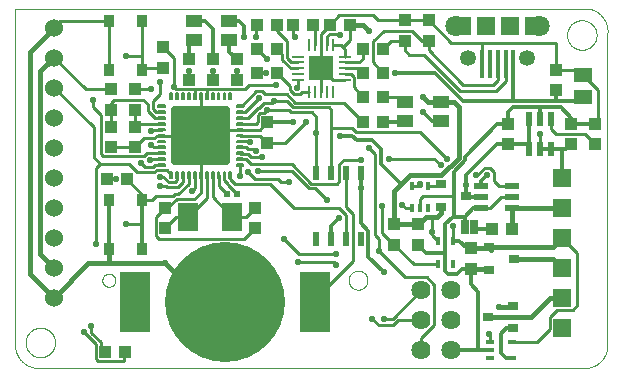
<source format=gtl>
G75*
%MOIN*%
%OFA0B0*%
%FSLAX25Y25*%
%IPPOS*%
%LPD*%
%AMOC8*
5,1,8,0,0,1.08239X$1,22.5*
%
%ADD10C,0.00000*%
%ADD11C,0.40000*%
%ADD12R,0.10000X0.20000*%
%ADD13R,0.03937X0.04331*%
%ADD14R,0.05906X0.05118*%
%ADD15R,0.04331X0.03937*%
%ADD16C,0.00591*%
%ADD17C,0.01969*%
%ADD18C,0.06400*%
%ADD19C,0.06000*%
%ADD20R,0.06000X0.06000*%
%ADD21R,0.02500X0.05000*%
%ADD22R,0.01772X0.09252*%
%ADD23C,0.05315*%
%ADD24C,0.07087*%
%ADD25R,0.05906X0.06102*%
%ADD26R,0.03543X0.03150*%
%ADD27R,0.02362X0.04724*%
%ADD28R,0.06693X0.09449*%
%ADD29R,0.05512X0.04331*%
%ADD30R,0.01378X0.03150*%
%ADD31R,0.03150X0.01378*%
%ADD32R,0.03199X0.04134*%
%ADD33R,0.02165X0.04724*%
%ADD34R,0.04724X0.02165*%
%ADD35R,0.00984X0.03937*%
%ADD36R,0.03937X0.00984*%
%ADD37R,0.07874X0.07874*%
%ADD38C,0.02181*%
%ADD39C,0.01000*%
%ADD40C,0.01200*%
%ADD41C,0.01600*%
%ADD42C,0.02378*%
D10*
X0017374Y0010214D02*
X0199006Y0010256D01*
X0199006Y0010257D02*
X0199185Y0010246D01*
X0199364Y0010239D01*
X0199543Y0010237D01*
X0199722Y0010239D01*
X0199901Y0010246D01*
X0200080Y0010256D01*
X0200259Y0010272D01*
X0200437Y0010291D01*
X0200615Y0010315D01*
X0200792Y0010343D01*
X0200968Y0010375D01*
X0201144Y0010412D01*
X0201318Y0010453D01*
X0201492Y0010498D01*
X0201664Y0010547D01*
X0201835Y0010601D01*
X0202005Y0010658D01*
X0202173Y0010720D01*
X0202340Y0010786D01*
X0202505Y0010856D01*
X0202669Y0010929D01*
X0202830Y0011007D01*
X0202990Y0011089D01*
X0203147Y0011174D01*
X0203303Y0011263D01*
X0203456Y0011356D01*
X0203607Y0011453D01*
X0203756Y0011553D01*
X0203902Y0011657D01*
X0204045Y0011765D01*
X0204186Y0011875D01*
X0204324Y0011990D01*
X0204460Y0012107D01*
X0204592Y0012228D01*
X0204722Y0012352D01*
X0204848Y0012479D01*
X0204972Y0012609D01*
X0205092Y0012742D01*
X0205209Y0012878D01*
X0205322Y0013017D01*
X0205432Y0013158D01*
X0205539Y0013302D01*
X0205642Y0013449D01*
X0205742Y0013598D01*
X0205838Y0013749D01*
X0205930Y0013903D01*
X0206018Y0014059D01*
X0206103Y0014217D01*
X0206184Y0014377D01*
X0206261Y0014539D01*
X0206334Y0014703D01*
X0206403Y0014868D01*
X0206468Y0015035D01*
X0206529Y0015204D01*
X0206585Y0015374D01*
X0206638Y0015545D01*
X0206686Y0015718D01*
X0206731Y0015892D01*
X0206771Y0016066D01*
X0206807Y0016242D01*
X0206838Y0016419D01*
X0206865Y0016596D01*
X0206888Y0016773D01*
X0206907Y0016952D01*
X0206921Y0017131D01*
X0206921Y0017130D02*
X0206921Y0121041D01*
X0206956Y0121222D01*
X0206986Y0121405D01*
X0207011Y0121588D01*
X0207033Y0121771D01*
X0207049Y0121955D01*
X0207061Y0122139D01*
X0207069Y0122324D01*
X0207072Y0122508D01*
X0207070Y0122693D01*
X0207064Y0122878D01*
X0207054Y0123062D01*
X0207039Y0123246D01*
X0207019Y0123430D01*
X0206995Y0123613D01*
X0206967Y0123795D01*
X0206934Y0123977D01*
X0206896Y0124158D01*
X0206854Y0124338D01*
X0206808Y0124517D01*
X0206757Y0124694D01*
X0206702Y0124870D01*
X0206643Y0125045D01*
X0206579Y0125219D01*
X0206512Y0125391D01*
X0206440Y0125561D01*
X0206363Y0125729D01*
X0206283Y0125895D01*
X0206199Y0126059D01*
X0206110Y0126222D01*
X0206018Y0126382D01*
X0205922Y0126539D01*
X0205822Y0126695D01*
X0205718Y0126847D01*
X0205610Y0126997D01*
X0205499Y0127145D01*
X0205385Y0127290D01*
X0205266Y0127431D01*
X0205144Y0127570D01*
X0205019Y0127706D01*
X0204891Y0127839D01*
X0204759Y0127968D01*
X0204625Y0128095D01*
X0204487Y0128218D01*
X0204346Y0128337D01*
X0204202Y0128453D01*
X0204056Y0128566D01*
X0203907Y0128675D01*
X0203755Y0128780D01*
X0203600Y0128881D01*
X0203444Y0128979D01*
X0203284Y0129072D01*
X0203123Y0129162D01*
X0202959Y0129248D01*
X0202794Y0129330D01*
X0202626Y0129407D01*
X0202457Y0129481D01*
X0202286Y0129550D01*
X0202113Y0129615D01*
X0201938Y0129676D01*
X0201763Y0129732D01*
X0201585Y0129785D01*
X0201407Y0129833D01*
X0201228Y0129876D01*
X0201047Y0129915D01*
X0009500Y0129915D01*
X0009500Y0018088D01*
X0009502Y0017898D01*
X0009509Y0017708D01*
X0009521Y0017518D01*
X0009537Y0017328D01*
X0009557Y0017139D01*
X0009583Y0016950D01*
X0009612Y0016762D01*
X0009647Y0016575D01*
X0009686Y0016389D01*
X0009729Y0016204D01*
X0009777Y0016019D01*
X0009829Y0015836D01*
X0009885Y0015655D01*
X0009946Y0015475D01*
X0010012Y0015296D01*
X0010081Y0015119D01*
X0010155Y0014943D01*
X0010233Y0014770D01*
X0010316Y0014598D01*
X0010402Y0014429D01*
X0010492Y0014261D01*
X0010587Y0014096D01*
X0010685Y0013933D01*
X0010788Y0013773D01*
X0010894Y0013615D01*
X0011004Y0013460D01*
X0011117Y0013307D01*
X0011235Y0013157D01*
X0011356Y0013011D01*
X0011480Y0012867D01*
X0011608Y0012726D01*
X0011739Y0012588D01*
X0011874Y0012453D01*
X0012012Y0012322D01*
X0012153Y0012194D01*
X0012297Y0012070D01*
X0012443Y0011949D01*
X0012593Y0011831D01*
X0012746Y0011718D01*
X0012901Y0011608D01*
X0013059Y0011502D01*
X0013219Y0011399D01*
X0013382Y0011301D01*
X0013547Y0011206D01*
X0013715Y0011116D01*
X0013884Y0011030D01*
X0014056Y0010947D01*
X0014229Y0010869D01*
X0014405Y0010795D01*
X0014582Y0010726D01*
X0014761Y0010660D01*
X0014941Y0010599D01*
X0015122Y0010543D01*
X0015305Y0010491D01*
X0015490Y0010443D01*
X0015675Y0010400D01*
X0015861Y0010361D01*
X0016048Y0010326D01*
X0016236Y0010297D01*
X0016425Y0010271D01*
X0016614Y0010251D01*
X0016804Y0010235D01*
X0016994Y0010223D01*
X0017184Y0010216D01*
X0017374Y0010214D01*
X0013079Y0018714D02*
X0013081Y0018854D01*
X0013087Y0018994D01*
X0013097Y0019133D01*
X0013111Y0019272D01*
X0013129Y0019411D01*
X0013150Y0019549D01*
X0013176Y0019687D01*
X0013206Y0019824D01*
X0013239Y0019959D01*
X0013277Y0020094D01*
X0013318Y0020228D01*
X0013363Y0020361D01*
X0013411Y0020492D01*
X0013464Y0020621D01*
X0013520Y0020750D01*
X0013579Y0020876D01*
X0013643Y0021001D01*
X0013709Y0021124D01*
X0013780Y0021245D01*
X0013853Y0021364D01*
X0013930Y0021481D01*
X0014011Y0021595D01*
X0014094Y0021707D01*
X0014181Y0021817D01*
X0014271Y0021925D01*
X0014363Y0022029D01*
X0014459Y0022131D01*
X0014558Y0022231D01*
X0014659Y0022327D01*
X0014763Y0022421D01*
X0014870Y0022511D01*
X0014979Y0022598D01*
X0015091Y0022683D01*
X0015205Y0022764D01*
X0015321Y0022842D01*
X0015439Y0022916D01*
X0015560Y0022987D01*
X0015682Y0023055D01*
X0015807Y0023119D01*
X0015933Y0023180D01*
X0016060Y0023237D01*
X0016190Y0023290D01*
X0016321Y0023340D01*
X0016453Y0023385D01*
X0016586Y0023428D01*
X0016721Y0023466D01*
X0016856Y0023500D01*
X0016993Y0023531D01*
X0017130Y0023558D01*
X0017268Y0023580D01*
X0017407Y0023599D01*
X0017546Y0023614D01*
X0017685Y0023625D01*
X0017825Y0023632D01*
X0017965Y0023635D01*
X0018105Y0023634D01*
X0018245Y0023629D01*
X0018384Y0023620D01*
X0018524Y0023607D01*
X0018663Y0023590D01*
X0018801Y0023569D01*
X0018939Y0023545D01*
X0019076Y0023516D01*
X0019212Y0023484D01*
X0019347Y0023447D01*
X0019481Y0023407D01*
X0019614Y0023363D01*
X0019745Y0023315D01*
X0019875Y0023264D01*
X0020004Y0023209D01*
X0020131Y0023150D01*
X0020256Y0023087D01*
X0020379Y0023022D01*
X0020501Y0022952D01*
X0020620Y0022879D01*
X0020738Y0022803D01*
X0020853Y0022724D01*
X0020966Y0022641D01*
X0021076Y0022555D01*
X0021184Y0022466D01*
X0021289Y0022374D01*
X0021392Y0022279D01*
X0021492Y0022181D01*
X0021589Y0022081D01*
X0021683Y0021977D01*
X0021775Y0021871D01*
X0021863Y0021763D01*
X0021948Y0021652D01*
X0022030Y0021538D01*
X0022109Y0021422D01*
X0022184Y0021305D01*
X0022256Y0021185D01*
X0022324Y0021063D01*
X0022389Y0020939D01*
X0022451Y0020813D01*
X0022509Y0020686D01*
X0022563Y0020557D01*
X0022614Y0020426D01*
X0022660Y0020294D01*
X0022703Y0020161D01*
X0022743Y0020027D01*
X0022778Y0019892D01*
X0022810Y0019755D01*
X0022837Y0019618D01*
X0022861Y0019480D01*
X0022881Y0019342D01*
X0022897Y0019203D01*
X0022909Y0019063D01*
X0022917Y0018924D01*
X0022921Y0018784D01*
X0022921Y0018644D01*
X0022917Y0018504D01*
X0022909Y0018365D01*
X0022897Y0018225D01*
X0022881Y0018086D01*
X0022861Y0017948D01*
X0022837Y0017810D01*
X0022810Y0017673D01*
X0022778Y0017536D01*
X0022743Y0017401D01*
X0022703Y0017267D01*
X0022660Y0017134D01*
X0022614Y0017002D01*
X0022563Y0016871D01*
X0022509Y0016742D01*
X0022451Y0016615D01*
X0022389Y0016489D01*
X0022324Y0016365D01*
X0022256Y0016243D01*
X0022184Y0016123D01*
X0022109Y0016006D01*
X0022030Y0015890D01*
X0021948Y0015776D01*
X0021863Y0015665D01*
X0021775Y0015557D01*
X0021683Y0015451D01*
X0021589Y0015347D01*
X0021492Y0015247D01*
X0021392Y0015149D01*
X0021289Y0015054D01*
X0021184Y0014962D01*
X0021076Y0014873D01*
X0020966Y0014787D01*
X0020853Y0014704D01*
X0020738Y0014625D01*
X0020620Y0014549D01*
X0020501Y0014476D01*
X0020379Y0014406D01*
X0020256Y0014341D01*
X0020131Y0014278D01*
X0020004Y0014219D01*
X0019875Y0014164D01*
X0019745Y0014113D01*
X0019614Y0014065D01*
X0019481Y0014021D01*
X0019347Y0013981D01*
X0019212Y0013944D01*
X0019076Y0013912D01*
X0018939Y0013883D01*
X0018801Y0013859D01*
X0018663Y0013838D01*
X0018524Y0013821D01*
X0018384Y0013808D01*
X0018245Y0013799D01*
X0018105Y0013794D01*
X0017965Y0013793D01*
X0017825Y0013796D01*
X0017685Y0013803D01*
X0017546Y0013814D01*
X0017407Y0013829D01*
X0017268Y0013848D01*
X0017130Y0013870D01*
X0016993Y0013897D01*
X0016856Y0013928D01*
X0016721Y0013962D01*
X0016586Y0014000D01*
X0016453Y0014043D01*
X0016321Y0014088D01*
X0016190Y0014138D01*
X0016060Y0014191D01*
X0015933Y0014248D01*
X0015807Y0014309D01*
X0015682Y0014373D01*
X0015560Y0014441D01*
X0015439Y0014512D01*
X0015321Y0014586D01*
X0015205Y0014664D01*
X0015091Y0014745D01*
X0014979Y0014830D01*
X0014870Y0014917D01*
X0014763Y0015007D01*
X0014659Y0015101D01*
X0014558Y0015197D01*
X0014459Y0015297D01*
X0014363Y0015399D01*
X0014271Y0015503D01*
X0014181Y0015611D01*
X0014094Y0015721D01*
X0014011Y0015833D01*
X0013930Y0015947D01*
X0013853Y0016064D01*
X0013780Y0016183D01*
X0013709Y0016304D01*
X0013643Y0016427D01*
X0013579Y0016552D01*
X0013520Y0016678D01*
X0013464Y0016807D01*
X0013411Y0016936D01*
X0013363Y0017067D01*
X0013318Y0017200D01*
X0013277Y0017334D01*
X0013239Y0017469D01*
X0013206Y0017604D01*
X0013176Y0017741D01*
X0013150Y0017879D01*
X0013129Y0018017D01*
X0013111Y0018156D01*
X0013097Y0018295D01*
X0013087Y0018434D01*
X0013081Y0018574D01*
X0013079Y0018714D01*
X0038666Y0039482D02*
X0038668Y0039575D01*
X0038674Y0039667D01*
X0038684Y0039759D01*
X0038698Y0039850D01*
X0038715Y0039941D01*
X0038737Y0040031D01*
X0038762Y0040120D01*
X0038791Y0040208D01*
X0038824Y0040294D01*
X0038861Y0040379D01*
X0038901Y0040463D01*
X0038945Y0040544D01*
X0038992Y0040624D01*
X0039042Y0040702D01*
X0039096Y0040777D01*
X0039153Y0040850D01*
X0039213Y0040920D01*
X0039276Y0040988D01*
X0039342Y0041053D01*
X0039410Y0041115D01*
X0039481Y0041175D01*
X0039555Y0041231D01*
X0039631Y0041284D01*
X0039709Y0041333D01*
X0039789Y0041380D01*
X0039871Y0041422D01*
X0039955Y0041462D01*
X0040040Y0041497D01*
X0040127Y0041529D01*
X0040215Y0041558D01*
X0040304Y0041582D01*
X0040394Y0041603D01*
X0040485Y0041619D01*
X0040577Y0041632D01*
X0040669Y0041641D01*
X0040762Y0041646D01*
X0040854Y0041647D01*
X0040947Y0041644D01*
X0041039Y0041637D01*
X0041131Y0041626D01*
X0041222Y0041611D01*
X0041313Y0041593D01*
X0041403Y0041570D01*
X0041491Y0041544D01*
X0041579Y0041514D01*
X0041665Y0041480D01*
X0041749Y0041443D01*
X0041832Y0041401D01*
X0041913Y0041357D01*
X0041993Y0041309D01*
X0042070Y0041258D01*
X0042144Y0041203D01*
X0042217Y0041145D01*
X0042287Y0041085D01*
X0042354Y0041021D01*
X0042418Y0040955D01*
X0042480Y0040885D01*
X0042538Y0040814D01*
X0042593Y0040740D01*
X0042645Y0040663D01*
X0042694Y0040584D01*
X0042740Y0040504D01*
X0042782Y0040421D01*
X0042820Y0040337D01*
X0042855Y0040251D01*
X0042886Y0040164D01*
X0042913Y0040076D01*
X0042936Y0039986D01*
X0042956Y0039896D01*
X0042972Y0039805D01*
X0042984Y0039713D01*
X0042992Y0039621D01*
X0042996Y0039528D01*
X0042996Y0039436D01*
X0042992Y0039343D01*
X0042984Y0039251D01*
X0042972Y0039159D01*
X0042956Y0039068D01*
X0042936Y0038978D01*
X0042913Y0038888D01*
X0042886Y0038800D01*
X0042855Y0038713D01*
X0042820Y0038627D01*
X0042782Y0038543D01*
X0042740Y0038460D01*
X0042694Y0038380D01*
X0042645Y0038301D01*
X0042593Y0038224D01*
X0042538Y0038150D01*
X0042480Y0038079D01*
X0042418Y0038009D01*
X0042354Y0037943D01*
X0042287Y0037879D01*
X0042217Y0037819D01*
X0042144Y0037761D01*
X0042070Y0037706D01*
X0041993Y0037655D01*
X0041914Y0037607D01*
X0041832Y0037563D01*
X0041749Y0037521D01*
X0041665Y0037484D01*
X0041579Y0037450D01*
X0041491Y0037420D01*
X0041403Y0037394D01*
X0041313Y0037371D01*
X0041222Y0037353D01*
X0041131Y0037338D01*
X0041039Y0037327D01*
X0040947Y0037320D01*
X0040854Y0037317D01*
X0040762Y0037318D01*
X0040669Y0037323D01*
X0040577Y0037332D01*
X0040485Y0037345D01*
X0040394Y0037361D01*
X0040304Y0037382D01*
X0040215Y0037406D01*
X0040127Y0037435D01*
X0040040Y0037467D01*
X0039955Y0037502D01*
X0039871Y0037542D01*
X0039789Y0037584D01*
X0039709Y0037631D01*
X0039631Y0037680D01*
X0039555Y0037733D01*
X0039481Y0037789D01*
X0039410Y0037849D01*
X0039342Y0037911D01*
X0039276Y0037976D01*
X0039213Y0038044D01*
X0039153Y0038114D01*
X0039096Y0038187D01*
X0039042Y0038262D01*
X0038992Y0038340D01*
X0038945Y0038420D01*
X0038901Y0038501D01*
X0038861Y0038585D01*
X0038824Y0038670D01*
X0038791Y0038756D01*
X0038762Y0038844D01*
X0038737Y0038933D01*
X0038715Y0039023D01*
X0038698Y0039114D01*
X0038684Y0039205D01*
X0038674Y0039297D01*
X0038668Y0039389D01*
X0038666Y0039482D01*
X0120752Y0039482D02*
X0120754Y0039594D01*
X0120760Y0039705D01*
X0120770Y0039817D01*
X0120784Y0039928D01*
X0120801Y0040038D01*
X0120823Y0040148D01*
X0120849Y0040257D01*
X0120878Y0040365D01*
X0120911Y0040471D01*
X0120948Y0040577D01*
X0120989Y0040681D01*
X0121034Y0040784D01*
X0121082Y0040885D01*
X0121133Y0040984D01*
X0121188Y0041081D01*
X0121247Y0041176D01*
X0121308Y0041270D01*
X0121373Y0041361D01*
X0121442Y0041449D01*
X0121513Y0041535D01*
X0121587Y0041619D01*
X0121665Y0041699D01*
X0121745Y0041777D01*
X0121828Y0041853D01*
X0121913Y0041925D01*
X0122001Y0041994D01*
X0122091Y0042060D01*
X0122184Y0042122D01*
X0122279Y0042182D01*
X0122376Y0042238D01*
X0122474Y0042290D01*
X0122575Y0042339D01*
X0122677Y0042384D01*
X0122781Y0042426D01*
X0122886Y0042464D01*
X0122993Y0042498D01*
X0123100Y0042528D01*
X0123209Y0042555D01*
X0123318Y0042577D01*
X0123429Y0042596D01*
X0123539Y0042611D01*
X0123651Y0042622D01*
X0123762Y0042629D01*
X0123874Y0042632D01*
X0123986Y0042631D01*
X0124098Y0042626D01*
X0124209Y0042617D01*
X0124320Y0042604D01*
X0124431Y0042587D01*
X0124541Y0042567D01*
X0124650Y0042542D01*
X0124758Y0042514D01*
X0124865Y0042481D01*
X0124971Y0042445D01*
X0125075Y0042405D01*
X0125178Y0042362D01*
X0125280Y0042315D01*
X0125379Y0042264D01*
X0125477Y0042210D01*
X0125573Y0042152D01*
X0125667Y0042091D01*
X0125758Y0042027D01*
X0125847Y0041960D01*
X0125934Y0041889D01*
X0126018Y0041815D01*
X0126100Y0041739D01*
X0126178Y0041659D01*
X0126254Y0041577D01*
X0126327Y0041492D01*
X0126397Y0041405D01*
X0126463Y0041315D01*
X0126527Y0041223D01*
X0126587Y0041129D01*
X0126644Y0041033D01*
X0126697Y0040934D01*
X0126747Y0040834D01*
X0126793Y0040733D01*
X0126836Y0040629D01*
X0126875Y0040524D01*
X0126910Y0040418D01*
X0126941Y0040311D01*
X0126969Y0040202D01*
X0126992Y0040093D01*
X0127012Y0039983D01*
X0127028Y0039872D01*
X0127040Y0039761D01*
X0127048Y0039650D01*
X0127052Y0039538D01*
X0127052Y0039426D01*
X0127048Y0039314D01*
X0127040Y0039203D01*
X0127028Y0039092D01*
X0127012Y0038981D01*
X0126992Y0038871D01*
X0126969Y0038762D01*
X0126941Y0038653D01*
X0126910Y0038546D01*
X0126875Y0038440D01*
X0126836Y0038335D01*
X0126793Y0038231D01*
X0126747Y0038130D01*
X0126697Y0038030D01*
X0126644Y0037931D01*
X0126587Y0037835D01*
X0126527Y0037741D01*
X0126463Y0037649D01*
X0126397Y0037559D01*
X0126327Y0037472D01*
X0126254Y0037387D01*
X0126178Y0037305D01*
X0126100Y0037225D01*
X0126018Y0037149D01*
X0125934Y0037075D01*
X0125847Y0037004D01*
X0125758Y0036937D01*
X0125667Y0036873D01*
X0125573Y0036812D01*
X0125477Y0036754D01*
X0125379Y0036700D01*
X0125280Y0036649D01*
X0125178Y0036602D01*
X0125075Y0036559D01*
X0124971Y0036519D01*
X0124865Y0036483D01*
X0124758Y0036450D01*
X0124650Y0036422D01*
X0124541Y0036397D01*
X0124431Y0036377D01*
X0124320Y0036360D01*
X0124209Y0036347D01*
X0124098Y0036338D01*
X0123986Y0036333D01*
X0123874Y0036332D01*
X0123762Y0036335D01*
X0123651Y0036342D01*
X0123539Y0036353D01*
X0123429Y0036368D01*
X0123318Y0036387D01*
X0123209Y0036409D01*
X0123100Y0036436D01*
X0122993Y0036466D01*
X0122886Y0036500D01*
X0122781Y0036538D01*
X0122677Y0036580D01*
X0122575Y0036625D01*
X0122474Y0036674D01*
X0122376Y0036726D01*
X0122279Y0036782D01*
X0122184Y0036842D01*
X0122091Y0036904D01*
X0122001Y0036970D01*
X0121913Y0037039D01*
X0121828Y0037111D01*
X0121745Y0037187D01*
X0121665Y0037265D01*
X0121587Y0037345D01*
X0121513Y0037429D01*
X0121442Y0037515D01*
X0121373Y0037603D01*
X0121308Y0037694D01*
X0121247Y0037788D01*
X0121188Y0037883D01*
X0121133Y0037980D01*
X0121082Y0038079D01*
X0121034Y0038180D01*
X0120989Y0038283D01*
X0120948Y0038387D01*
X0120911Y0038493D01*
X0120878Y0038599D01*
X0120849Y0038707D01*
X0120823Y0038816D01*
X0120801Y0038926D01*
X0120784Y0039036D01*
X0120770Y0039147D01*
X0120760Y0039259D01*
X0120754Y0039370D01*
X0120752Y0039482D01*
X0193579Y0121214D02*
X0193581Y0121354D01*
X0193587Y0121494D01*
X0193597Y0121633D01*
X0193611Y0121772D01*
X0193629Y0121911D01*
X0193650Y0122049D01*
X0193676Y0122187D01*
X0193706Y0122324D01*
X0193739Y0122459D01*
X0193777Y0122594D01*
X0193818Y0122728D01*
X0193863Y0122861D01*
X0193911Y0122992D01*
X0193964Y0123121D01*
X0194020Y0123250D01*
X0194079Y0123376D01*
X0194143Y0123501D01*
X0194209Y0123624D01*
X0194280Y0123745D01*
X0194353Y0123864D01*
X0194430Y0123981D01*
X0194511Y0124095D01*
X0194594Y0124207D01*
X0194681Y0124317D01*
X0194771Y0124425D01*
X0194863Y0124529D01*
X0194959Y0124631D01*
X0195058Y0124731D01*
X0195159Y0124827D01*
X0195263Y0124921D01*
X0195370Y0125011D01*
X0195479Y0125098D01*
X0195591Y0125183D01*
X0195705Y0125264D01*
X0195821Y0125342D01*
X0195939Y0125416D01*
X0196060Y0125487D01*
X0196182Y0125555D01*
X0196307Y0125619D01*
X0196433Y0125680D01*
X0196560Y0125737D01*
X0196690Y0125790D01*
X0196821Y0125840D01*
X0196953Y0125885D01*
X0197086Y0125928D01*
X0197221Y0125966D01*
X0197356Y0126000D01*
X0197493Y0126031D01*
X0197630Y0126058D01*
X0197768Y0126080D01*
X0197907Y0126099D01*
X0198046Y0126114D01*
X0198185Y0126125D01*
X0198325Y0126132D01*
X0198465Y0126135D01*
X0198605Y0126134D01*
X0198745Y0126129D01*
X0198884Y0126120D01*
X0199024Y0126107D01*
X0199163Y0126090D01*
X0199301Y0126069D01*
X0199439Y0126045D01*
X0199576Y0126016D01*
X0199712Y0125984D01*
X0199847Y0125947D01*
X0199981Y0125907D01*
X0200114Y0125863D01*
X0200245Y0125815D01*
X0200375Y0125764D01*
X0200504Y0125709D01*
X0200631Y0125650D01*
X0200756Y0125587D01*
X0200879Y0125522D01*
X0201001Y0125452D01*
X0201120Y0125379D01*
X0201238Y0125303D01*
X0201353Y0125224D01*
X0201466Y0125141D01*
X0201576Y0125055D01*
X0201684Y0124966D01*
X0201789Y0124874D01*
X0201892Y0124779D01*
X0201992Y0124681D01*
X0202089Y0124581D01*
X0202183Y0124477D01*
X0202275Y0124371D01*
X0202363Y0124263D01*
X0202448Y0124152D01*
X0202530Y0124038D01*
X0202609Y0123922D01*
X0202684Y0123805D01*
X0202756Y0123685D01*
X0202824Y0123563D01*
X0202889Y0123439D01*
X0202951Y0123313D01*
X0203009Y0123186D01*
X0203063Y0123057D01*
X0203114Y0122926D01*
X0203160Y0122794D01*
X0203203Y0122661D01*
X0203243Y0122527D01*
X0203278Y0122392D01*
X0203310Y0122255D01*
X0203337Y0122118D01*
X0203361Y0121980D01*
X0203381Y0121842D01*
X0203397Y0121703D01*
X0203409Y0121563D01*
X0203417Y0121424D01*
X0203421Y0121284D01*
X0203421Y0121144D01*
X0203417Y0121004D01*
X0203409Y0120865D01*
X0203397Y0120725D01*
X0203381Y0120586D01*
X0203361Y0120448D01*
X0203337Y0120310D01*
X0203310Y0120173D01*
X0203278Y0120036D01*
X0203243Y0119901D01*
X0203203Y0119767D01*
X0203160Y0119634D01*
X0203114Y0119502D01*
X0203063Y0119371D01*
X0203009Y0119242D01*
X0202951Y0119115D01*
X0202889Y0118989D01*
X0202824Y0118865D01*
X0202756Y0118743D01*
X0202684Y0118623D01*
X0202609Y0118506D01*
X0202530Y0118390D01*
X0202448Y0118276D01*
X0202363Y0118165D01*
X0202275Y0118057D01*
X0202183Y0117951D01*
X0202089Y0117847D01*
X0201992Y0117747D01*
X0201892Y0117649D01*
X0201789Y0117554D01*
X0201684Y0117462D01*
X0201576Y0117373D01*
X0201466Y0117287D01*
X0201353Y0117204D01*
X0201238Y0117125D01*
X0201120Y0117049D01*
X0201001Y0116976D01*
X0200879Y0116906D01*
X0200756Y0116841D01*
X0200631Y0116778D01*
X0200504Y0116719D01*
X0200375Y0116664D01*
X0200245Y0116613D01*
X0200114Y0116565D01*
X0199981Y0116521D01*
X0199847Y0116481D01*
X0199712Y0116444D01*
X0199576Y0116412D01*
X0199439Y0116383D01*
X0199301Y0116359D01*
X0199163Y0116338D01*
X0199024Y0116321D01*
X0198884Y0116308D01*
X0198745Y0116299D01*
X0198605Y0116294D01*
X0198465Y0116293D01*
X0198325Y0116296D01*
X0198185Y0116303D01*
X0198046Y0116314D01*
X0197907Y0116329D01*
X0197768Y0116348D01*
X0197630Y0116370D01*
X0197493Y0116397D01*
X0197356Y0116428D01*
X0197221Y0116462D01*
X0197086Y0116500D01*
X0196953Y0116543D01*
X0196821Y0116588D01*
X0196690Y0116638D01*
X0196560Y0116691D01*
X0196433Y0116748D01*
X0196307Y0116809D01*
X0196182Y0116873D01*
X0196060Y0116941D01*
X0195939Y0117012D01*
X0195821Y0117086D01*
X0195705Y0117164D01*
X0195591Y0117245D01*
X0195479Y0117330D01*
X0195370Y0117417D01*
X0195263Y0117507D01*
X0195159Y0117601D01*
X0195058Y0117697D01*
X0194959Y0117797D01*
X0194863Y0117899D01*
X0194771Y0118003D01*
X0194681Y0118111D01*
X0194594Y0118221D01*
X0194511Y0118333D01*
X0194430Y0118447D01*
X0194353Y0118564D01*
X0194280Y0118683D01*
X0194209Y0118804D01*
X0194143Y0118927D01*
X0194079Y0119052D01*
X0194020Y0119178D01*
X0193964Y0119307D01*
X0193911Y0119436D01*
X0193863Y0119567D01*
X0193818Y0119700D01*
X0193777Y0119834D01*
X0193739Y0119969D01*
X0193706Y0120104D01*
X0193676Y0120241D01*
X0193650Y0120379D01*
X0193629Y0120517D01*
X0193611Y0120656D01*
X0193597Y0120795D01*
X0193587Y0120934D01*
X0193581Y0121074D01*
X0193579Y0121214D01*
D11*
X0079500Y0032214D03*
D12*
X0049500Y0032214D03*
X0109500Y0032214D03*
D13*
X0144000Y0051368D03*
X0144000Y0058061D03*
X0161500Y0050061D03*
X0161500Y0043368D03*
X0168654Y0056714D03*
X0175346Y0056714D03*
X0174000Y0084868D03*
X0174000Y0091561D03*
X0190000Y0102868D03*
X0190000Y0109561D03*
X0195000Y0091561D03*
X0203000Y0091561D03*
X0203000Y0084868D03*
X0195000Y0084868D03*
X0147500Y0119368D03*
X0139500Y0119368D03*
X0132346Y0116714D03*
X0125654Y0116714D03*
X0125654Y0108714D03*
X0132346Y0108714D03*
X0132346Y0100714D03*
X0125654Y0100714D03*
X0125654Y0092214D03*
X0132346Y0092214D03*
X0096846Y0108714D03*
X0090154Y0108714D03*
X0090154Y0124714D03*
X0096846Y0124714D03*
X0102154Y0124714D03*
X0108846Y0124714D03*
X0139500Y0126061D03*
X0147500Y0126061D03*
X0093500Y0092061D03*
X0093500Y0085368D03*
X0089500Y0063561D03*
X0089500Y0056868D03*
X0059500Y0056868D03*
X0059500Y0063561D03*
X0046846Y0073214D03*
X0040154Y0073214D03*
X0039654Y0015714D03*
X0046346Y0015714D03*
D14*
X0199000Y0100474D03*
X0199000Y0107955D03*
D15*
X0136000Y0058061D03*
X0136000Y0051368D03*
X0083500Y0106368D03*
X0083500Y0113061D03*
X0090154Y0116714D03*
X0096846Y0116714D03*
X0114654Y0124714D03*
X0121346Y0124714D03*
X0075500Y0113061D03*
X0075500Y0106368D03*
X0067500Y0106368D03*
X0067500Y0113061D03*
X0059000Y0110368D03*
X0059000Y0117061D03*
X0049500Y0103061D03*
X0041500Y0103061D03*
X0041500Y0096368D03*
X0041500Y0090561D03*
X0049500Y0090561D03*
X0049500Y0096368D03*
X0049500Y0083868D03*
X0041500Y0083868D03*
D16*
X0059492Y0084072D02*
X0059492Y0083482D01*
X0057326Y0083482D01*
X0057326Y0084072D01*
X0059492Y0084072D01*
X0057326Y0084072D01*
X0059492Y0082104D02*
X0059492Y0081514D01*
X0057326Y0081514D01*
X0057326Y0082104D01*
X0059492Y0082104D01*
X0057326Y0082104D01*
X0059492Y0080135D02*
X0059492Y0079545D01*
X0057326Y0079545D01*
X0057326Y0080135D01*
X0059492Y0080135D01*
X0057326Y0080135D01*
X0059492Y0078167D02*
X0059492Y0077577D01*
X0057326Y0077577D01*
X0057326Y0078167D01*
X0059492Y0078167D01*
X0057326Y0078167D01*
X0061952Y0075707D02*
X0061952Y0073541D01*
X0061362Y0073541D01*
X0061362Y0075707D01*
X0061952Y0075707D01*
X0061952Y0074131D02*
X0061362Y0074131D01*
X0061362Y0074721D02*
X0061952Y0074721D01*
X0061952Y0075311D02*
X0061362Y0075311D01*
X0063921Y0075707D02*
X0063921Y0073541D01*
X0063331Y0073541D01*
X0063331Y0075707D01*
X0063921Y0075707D01*
X0063921Y0074131D02*
X0063331Y0074131D01*
X0063331Y0074721D02*
X0063921Y0074721D01*
X0063921Y0075311D02*
X0063331Y0075311D01*
X0065889Y0075707D02*
X0065889Y0073541D01*
X0065299Y0073541D01*
X0065299Y0075707D01*
X0065889Y0075707D01*
X0065889Y0074131D02*
X0065299Y0074131D01*
X0065299Y0074721D02*
X0065889Y0074721D01*
X0065889Y0075311D02*
X0065299Y0075311D01*
X0067858Y0075707D02*
X0067858Y0073541D01*
X0067268Y0073541D01*
X0067268Y0075707D01*
X0067858Y0075707D01*
X0067858Y0074131D02*
X0067268Y0074131D01*
X0067268Y0074721D02*
X0067858Y0074721D01*
X0067858Y0075311D02*
X0067268Y0075311D01*
X0069826Y0075707D02*
X0069826Y0073541D01*
X0069236Y0073541D01*
X0069236Y0075707D01*
X0069826Y0075707D01*
X0069826Y0074131D02*
X0069236Y0074131D01*
X0069236Y0074721D02*
X0069826Y0074721D01*
X0069826Y0075311D02*
X0069236Y0075311D01*
X0071795Y0075707D02*
X0071795Y0073541D01*
X0071205Y0073541D01*
X0071205Y0075707D01*
X0071795Y0075707D01*
X0071795Y0074131D02*
X0071205Y0074131D01*
X0071205Y0074721D02*
X0071795Y0074721D01*
X0071795Y0075311D02*
X0071205Y0075311D01*
X0073764Y0075707D02*
X0073764Y0073541D01*
X0073174Y0073541D01*
X0073174Y0075707D01*
X0073764Y0075707D01*
X0073764Y0074131D02*
X0073174Y0074131D01*
X0073174Y0074721D02*
X0073764Y0074721D01*
X0073764Y0075311D02*
X0073174Y0075311D01*
X0075732Y0075707D02*
X0075732Y0073541D01*
X0075142Y0073541D01*
X0075142Y0075707D01*
X0075732Y0075707D01*
X0075732Y0074131D02*
X0075142Y0074131D01*
X0075142Y0074721D02*
X0075732Y0074721D01*
X0075732Y0075311D02*
X0075142Y0075311D01*
X0077701Y0075707D02*
X0077701Y0073541D01*
X0077111Y0073541D01*
X0077111Y0075707D01*
X0077701Y0075707D01*
X0077701Y0074131D02*
X0077111Y0074131D01*
X0077111Y0074721D02*
X0077701Y0074721D01*
X0077701Y0075311D02*
X0077111Y0075311D01*
X0079669Y0075707D02*
X0079669Y0073541D01*
X0079079Y0073541D01*
X0079079Y0075707D01*
X0079669Y0075707D01*
X0079669Y0074131D02*
X0079079Y0074131D01*
X0079079Y0074721D02*
X0079669Y0074721D01*
X0079669Y0075311D02*
X0079079Y0075311D01*
X0081638Y0075707D02*
X0081638Y0073541D01*
X0081048Y0073541D01*
X0081048Y0075707D01*
X0081638Y0075707D01*
X0081638Y0074131D02*
X0081048Y0074131D01*
X0081048Y0074721D02*
X0081638Y0074721D01*
X0081638Y0075311D02*
X0081048Y0075311D01*
X0085674Y0077577D02*
X0085674Y0078167D01*
X0085674Y0077577D02*
X0083508Y0077577D01*
X0083508Y0078167D01*
X0085674Y0078167D01*
X0083508Y0078167D01*
X0085674Y0079545D02*
X0085674Y0080135D01*
X0085674Y0079545D02*
X0083508Y0079545D01*
X0083508Y0080135D01*
X0085674Y0080135D01*
X0083508Y0080135D01*
X0085674Y0081514D02*
X0085674Y0082104D01*
X0085674Y0081514D02*
X0083508Y0081514D01*
X0083508Y0082104D01*
X0085674Y0082104D01*
X0083508Y0082104D01*
X0085674Y0083482D02*
X0085674Y0084072D01*
X0085674Y0083482D02*
X0083508Y0083482D01*
X0083508Y0084072D01*
X0085674Y0084072D01*
X0083508Y0084072D01*
X0085674Y0085451D02*
X0085674Y0086041D01*
X0085674Y0085451D02*
X0083508Y0085451D01*
X0083508Y0086041D01*
X0085674Y0086041D01*
X0083508Y0086041D01*
X0085674Y0087419D02*
X0085674Y0088009D01*
X0085674Y0087419D02*
X0083508Y0087419D01*
X0083508Y0088009D01*
X0085674Y0088009D01*
X0083508Y0088009D01*
X0085674Y0089388D02*
X0085674Y0089978D01*
X0085674Y0089388D02*
X0083508Y0089388D01*
X0083508Y0089978D01*
X0085674Y0089978D01*
X0083508Y0089978D01*
X0085674Y0091356D02*
X0085674Y0091946D01*
X0085674Y0091356D02*
X0083508Y0091356D01*
X0083508Y0091946D01*
X0085674Y0091946D01*
X0083508Y0091946D01*
X0085674Y0093325D02*
X0085674Y0093915D01*
X0085674Y0093325D02*
X0083508Y0093325D01*
X0083508Y0093915D01*
X0085674Y0093915D01*
X0083508Y0093915D01*
X0085674Y0095293D02*
X0085674Y0095883D01*
X0085674Y0095293D02*
X0083508Y0095293D01*
X0083508Y0095883D01*
X0085674Y0095883D01*
X0083508Y0095883D01*
X0085674Y0097262D02*
X0085674Y0097852D01*
X0085674Y0097262D02*
X0083508Y0097262D01*
X0083508Y0097852D01*
X0085674Y0097852D01*
X0083508Y0097852D01*
X0081638Y0099722D02*
X0081638Y0101888D01*
X0081638Y0099722D02*
X0081048Y0099722D01*
X0081048Y0101888D01*
X0081638Y0101888D01*
X0081638Y0100312D02*
X0081048Y0100312D01*
X0081048Y0100902D02*
X0081638Y0100902D01*
X0081638Y0101492D02*
X0081048Y0101492D01*
X0079669Y0101888D02*
X0079669Y0099722D01*
X0079079Y0099722D01*
X0079079Y0101888D01*
X0079669Y0101888D01*
X0079669Y0100312D02*
X0079079Y0100312D01*
X0079079Y0100902D02*
X0079669Y0100902D01*
X0079669Y0101492D02*
X0079079Y0101492D01*
X0077701Y0101888D02*
X0077701Y0099722D01*
X0077111Y0099722D01*
X0077111Y0101888D01*
X0077701Y0101888D01*
X0077701Y0100312D02*
X0077111Y0100312D01*
X0077111Y0100902D02*
X0077701Y0100902D01*
X0077701Y0101492D02*
X0077111Y0101492D01*
X0075732Y0101888D02*
X0075732Y0099722D01*
X0075142Y0099722D01*
X0075142Y0101888D01*
X0075732Y0101888D01*
X0075732Y0100312D02*
X0075142Y0100312D01*
X0075142Y0100902D02*
X0075732Y0100902D01*
X0075732Y0101492D02*
X0075142Y0101492D01*
X0073764Y0101888D02*
X0073764Y0099722D01*
X0073174Y0099722D01*
X0073174Y0101888D01*
X0073764Y0101888D01*
X0073764Y0100312D02*
X0073174Y0100312D01*
X0073174Y0100902D02*
X0073764Y0100902D01*
X0073764Y0101492D02*
X0073174Y0101492D01*
X0071795Y0101888D02*
X0071795Y0099722D01*
X0071205Y0099722D01*
X0071205Y0101888D01*
X0071795Y0101888D01*
X0071795Y0100312D02*
X0071205Y0100312D01*
X0071205Y0100902D02*
X0071795Y0100902D01*
X0071795Y0101492D02*
X0071205Y0101492D01*
X0069826Y0101888D02*
X0069826Y0099722D01*
X0069236Y0099722D01*
X0069236Y0101888D01*
X0069826Y0101888D01*
X0069826Y0100312D02*
X0069236Y0100312D01*
X0069236Y0100902D02*
X0069826Y0100902D01*
X0069826Y0101492D02*
X0069236Y0101492D01*
X0067858Y0101888D02*
X0067858Y0099722D01*
X0067268Y0099722D01*
X0067268Y0101888D01*
X0067858Y0101888D01*
X0067858Y0100312D02*
X0067268Y0100312D01*
X0067268Y0100902D02*
X0067858Y0100902D01*
X0067858Y0101492D02*
X0067268Y0101492D01*
X0065889Y0101888D02*
X0065889Y0099722D01*
X0065299Y0099722D01*
X0065299Y0101888D01*
X0065889Y0101888D01*
X0065889Y0100312D02*
X0065299Y0100312D01*
X0065299Y0100902D02*
X0065889Y0100902D01*
X0065889Y0101492D02*
X0065299Y0101492D01*
X0063921Y0101888D02*
X0063921Y0099722D01*
X0063331Y0099722D01*
X0063331Y0101888D01*
X0063921Y0101888D01*
X0063921Y0100312D02*
X0063331Y0100312D01*
X0063331Y0100902D02*
X0063921Y0100902D01*
X0063921Y0101492D02*
X0063331Y0101492D01*
X0061952Y0101888D02*
X0061952Y0099722D01*
X0061362Y0099722D01*
X0061362Y0101888D01*
X0061952Y0101888D01*
X0061952Y0100312D02*
X0061362Y0100312D01*
X0061362Y0100902D02*
X0061952Y0100902D01*
X0061952Y0101492D02*
X0061362Y0101492D01*
X0059492Y0097852D02*
X0059492Y0097262D01*
X0057326Y0097262D01*
X0057326Y0097852D01*
X0059492Y0097852D01*
X0057326Y0097852D01*
X0059492Y0095883D02*
X0059492Y0095293D01*
X0057326Y0095293D01*
X0057326Y0095883D01*
X0059492Y0095883D01*
X0057326Y0095883D01*
X0059492Y0093915D02*
X0059492Y0093325D01*
X0057326Y0093325D01*
X0057326Y0093915D01*
X0059492Y0093915D01*
X0057326Y0093915D01*
X0059492Y0091946D02*
X0059492Y0091356D01*
X0057326Y0091356D01*
X0057326Y0091946D01*
X0059492Y0091946D01*
X0057326Y0091946D01*
X0059492Y0089978D02*
X0059492Y0089388D01*
X0057326Y0089388D01*
X0057326Y0089978D01*
X0059492Y0089978D01*
X0057326Y0089978D01*
X0059492Y0088009D02*
X0059492Y0087419D01*
X0057326Y0087419D01*
X0057326Y0088009D01*
X0059492Y0088009D01*
X0057326Y0088009D01*
X0059492Y0086041D02*
X0059492Y0085451D01*
X0057326Y0085451D01*
X0057326Y0086041D01*
X0059492Y0086041D01*
X0057326Y0086041D01*
D17*
X0080358Y0078856D02*
X0080358Y0096572D01*
X0080358Y0078856D02*
X0062642Y0078856D01*
X0062642Y0096572D01*
X0080358Y0096572D01*
X0080358Y0080824D02*
X0062642Y0080824D01*
X0062642Y0082792D02*
X0080358Y0082792D01*
X0080358Y0084760D02*
X0062642Y0084760D01*
X0062642Y0086728D02*
X0080358Y0086728D01*
X0080358Y0088696D02*
X0062642Y0088696D01*
X0062642Y0090664D02*
X0080358Y0090664D01*
X0080358Y0092632D02*
X0062642Y0092632D01*
X0062642Y0094600D02*
X0080358Y0094600D01*
X0080358Y0096568D02*
X0062642Y0096568D01*
D18*
X0145000Y0036214D03*
X0155000Y0036214D03*
X0155000Y0026214D03*
X0145000Y0026214D03*
X0145000Y0016214D03*
X0155000Y0016214D03*
D19*
X0022500Y0033714D03*
X0022500Y0043714D03*
X0022500Y0053714D03*
X0022500Y0063714D03*
X0022500Y0073714D03*
X0022500Y0083714D03*
X0022500Y0093714D03*
X0022500Y0103714D03*
X0022500Y0113714D03*
X0022500Y0123714D03*
D20*
X0192000Y0073714D03*
X0192000Y0063714D03*
X0192000Y0053714D03*
X0192000Y0043714D03*
X0192000Y0033714D03*
X0192000Y0023714D03*
D21*
X0162600Y0057214D03*
X0159400Y0057214D03*
D22*
X0165382Y0111714D03*
X0167941Y0111714D03*
X0170500Y0111714D03*
X0173059Y0111714D03*
X0175618Y0111714D03*
D23*
X0180343Y0113584D03*
X0160657Y0113584D03*
D24*
X0156720Y0124214D03*
X0184280Y0124214D03*
D25*
X0182508Y0124214D03*
X0174437Y0124214D03*
X0166563Y0124214D03*
X0158492Y0124214D03*
D26*
X0151563Y0071455D03*
X0159831Y0067714D03*
X0151563Y0063974D03*
X0167563Y0050455D03*
X0175831Y0046714D03*
X0167563Y0042974D03*
X0175437Y0030955D03*
X0167169Y0027214D03*
X0175437Y0023474D03*
D27*
X0125000Y0053191D03*
X0120000Y0053191D03*
X0115000Y0053191D03*
X0110000Y0053191D03*
X0110000Y0075238D03*
X0115000Y0075238D03*
X0120000Y0075238D03*
X0125000Y0075238D03*
D28*
X0081783Y0060714D03*
X0067217Y0060714D03*
D29*
X0139594Y0092565D03*
X0139594Y0098864D03*
X0151406Y0098864D03*
X0151406Y0092565D03*
X0080906Y0119565D03*
X0080906Y0125864D03*
X0069094Y0125864D03*
X0069094Y0119565D03*
D30*
X0141941Y0070955D03*
X0147059Y0070955D03*
X0147059Y0063474D03*
X0144500Y0063474D03*
X0141941Y0063474D03*
X0150441Y0052455D03*
X0155559Y0052455D03*
X0155559Y0044974D03*
X0153000Y0044974D03*
X0150441Y0044974D03*
D31*
X0167760Y0018773D03*
X0167760Y0016214D03*
X0167760Y0013655D03*
X0175240Y0013655D03*
X0175240Y0018773D03*
D32*
X0052012Y0050045D03*
X0040988Y0050045D03*
X0040988Y0066384D03*
X0052012Y0066384D03*
X0052012Y0109545D03*
X0040988Y0109545D03*
X0040988Y0125884D03*
X0052012Y0125884D03*
D33*
X0180760Y0093332D03*
X0184500Y0093332D03*
X0188240Y0093332D03*
X0188240Y0083096D03*
X0184500Y0083096D03*
X0180760Y0083096D03*
D34*
X0175118Y0070955D03*
X0175118Y0067214D03*
X0175118Y0063474D03*
X0164882Y0063474D03*
X0164882Y0067214D03*
X0164882Y0070955D03*
D35*
X0115563Y0102214D03*
X0113594Y0102214D03*
X0111626Y0102214D03*
X0109657Y0102214D03*
X0107689Y0102214D03*
X0107689Y0117962D03*
X0109657Y0117962D03*
X0111626Y0117962D03*
X0113594Y0117962D03*
X0115563Y0117962D03*
D36*
X0119500Y0114025D03*
X0119500Y0112057D03*
X0119500Y0110088D03*
X0119500Y0108120D03*
X0119500Y0106151D03*
X0103752Y0106151D03*
X0103752Y0108120D03*
X0103752Y0110088D03*
X0103752Y0112057D03*
X0103752Y0114025D03*
D37*
X0111626Y0110088D03*
D38*
X0103500Y0103714D03*
X0096500Y0104714D03*
X0093089Y0108714D03*
X0093500Y0113292D03*
X0083500Y0109303D03*
X0075500Y0109303D03*
X0067500Y0109303D03*
X0062578Y0103972D03*
X0058000Y0105503D03*
X0055000Y0103214D03*
X0046500Y0114214D03*
X0035500Y0099714D03*
X0055000Y0089214D03*
X0055000Y0084636D03*
X0054543Y0079520D03*
X0051500Y0078510D03*
X0058000Y0073892D03*
X0058000Y0070914D03*
X0068500Y0069214D03*
X0084500Y0074214D03*
X0087179Y0075534D03*
X0090500Y0075925D03*
X0092000Y0080714D03*
X0089743Y0082714D03*
X0088000Y0085425D03*
X0102119Y0092333D03*
X0106500Y0092214D03*
X0110000Y0088714D03*
X0118000Y0087714D03*
X0127500Y0083714D03*
X0125000Y0079714D03*
X0134131Y0079846D03*
X0144500Y0071714D03*
X0138589Y0064714D03*
X0132000Y0064214D03*
X0125000Y0070214D03*
X0113500Y0066214D03*
X0117631Y0060346D03*
X0131000Y0049214D03*
X0132500Y0042214D03*
X0116500Y0044714D03*
X0116500Y0048214D03*
X0103823Y0045392D03*
X0099119Y0053333D03*
X0101000Y0072214D03*
X0093500Y0096214D03*
X0096000Y0099214D03*
X0091000Y0100214D03*
X0090000Y0120714D03*
X0086000Y0120714D03*
X0103000Y0120714D03*
X0117909Y0121306D03*
X0127500Y0122714D03*
X0136104Y0108714D03*
X0145500Y0100714D03*
X0145500Y0095714D03*
X0153550Y0079925D03*
X0151419Y0077795D03*
X0160000Y0071214D03*
X0163189Y0074525D03*
X0167000Y0074714D03*
X0184500Y0088214D03*
X0155673Y0057388D03*
X0148500Y0055714D03*
X0171000Y0030714D03*
X0167500Y0021714D03*
X0132500Y0026714D03*
X0128500Y0026714D03*
X0059500Y0045214D03*
X0046500Y0058214D03*
X0036500Y0051425D03*
X0043089Y0073214D03*
X0035000Y0024214D03*
X0032500Y0022214D03*
D39*
X0036585Y0018129D01*
X0036585Y0013093D01*
X0037229Y0012449D01*
X0045735Y0012449D01*
X0046000Y0012714D01*
X0046000Y0015368D01*
X0046346Y0015714D01*
X0039654Y0015714D02*
X0038185Y0017183D01*
X0038185Y0018792D01*
X0035000Y0021977D01*
X0035000Y0024214D01*
X0036500Y0051425D02*
X0036500Y0076920D01*
X0037879Y0078299D01*
X0047631Y0078299D01*
X0050299Y0075631D01*
X0056153Y0075631D01*
X0056704Y0076181D01*
X0060100Y0076181D01*
X0061657Y0074624D01*
X0063626Y0074624D02*
X0063626Y0072840D01*
X0062931Y0072146D01*
X0060784Y0072146D01*
X0059038Y0073892D01*
X0058000Y0073892D01*
X0058000Y0070914D02*
X0059753Y0070914D01*
X0060122Y0070546D01*
X0063831Y0070546D01*
X0065594Y0072309D01*
X0065594Y0074624D01*
X0067563Y0074624D02*
X0067563Y0071702D01*
X0064000Y0068139D01*
X0062752Y0068139D01*
X0062327Y0067714D01*
X0056500Y0067714D01*
X0055169Y0066384D01*
X0052012Y0066384D01*
X0052012Y0068049D01*
X0046846Y0073214D01*
X0043089Y0073214D02*
X0040154Y0073214D01*
X0037879Y0078299D02*
X0035735Y0080444D01*
X0035735Y0090480D01*
X0022500Y0103714D01*
X0022500Y0113714D02*
X0033154Y0103061D01*
X0041500Y0103061D01*
X0042500Y0099714D02*
X0052315Y0099714D01*
X0053900Y0098129D01*
X0053900Y0096052D01*
X0056332Y0093620D01*
X0058409Y0093620D01*
X0058409Y0091651D02*
X0050591Y0091651D01*
X0049500Y0090561D01*
X0049500Y0096368D01*
X0055500Y0096714D02*
X0055500Y0099214D01*
X0058000Y0101714D01*
X0058000Y0105503D01*
X0055000Y0103214D02*
X0049654Y0103214D01*
X0049500Y0103061D01*
X0042500Y0099714D02*
X0041500Y0098714D01*
X0041500Y0096368D01*
X0041500Y0090561D01*
X0038235Y0094480D02*
X0038235Y0081444D01*
X0038879Y0080799D01*
X0052585Y0080799D01*
X0053594Y0081809D01*
X0058409Y0081809D01*
X0058409Y0083777D02*
X0055859Y0083777D01*
X0055000Y0084636D01*
X0055948Y0086925D02*
X0052557Y0086925D01*
X0049500Y0083868D01*
X0041500Y0083868D01*
X0051500Y0078510D02*
X0052780Y0077231D01*
X0055491Y0077231D01*
X0056132Y0077872D01*
X0058409Y0077872D01*
X0058409Y0079840D02*
X0054863Y0079840D01*
X0054543Y0079520D01*
X0055948Y0086925D02*
X0056737Y0087714D01*
X0058409Y0087714D01*
X0071500Y0087714D01*
X0071500Y0100805D01*
X0069531Y0100805D02*
X0069531Y0103251D01*
X0069500Y0103283D01*
X0073500Y0103283D01*
X0073469Y0103251D01*
X0073469Y0100805D01*
X0073500Y0103283D02*
X0086104Y0103283D01*
X0087536Y0104714D01*
X0096500Y0104714D01*
X0096846Y0108714D02*
X0101211Y0104350D01*
X0101211Y0102766D01*
X0102552Y0101425D01*
X0104448Y0101425D01*
X0105237Y0102214D01*
X0107689Y0102214D01*
X0111626Y0102214D02*
X0111626Y0110088D01*
X0111626Y0117962D01*
X0111626Y0121687D01*
X0114654Y0124714D01*
X0117722Y0127783D01*
X0128967Y0127783D01*
X0130689Y0126061D01*
X0139500Y0126061D01*
X0147500Y0126061D01*
X0154846Y0118714D01*
X0165382Y0118714D01*
X0165382Y0111714D01*
X0170500Y0111714D02*
X0170500Y0106214D01*
X0169000Y0104714D01*
X0159000Y0104714D01*
X0147500Y0116214D01*
X0147500Y0119368D01*
X0145189Y0119368D01*
X0141924Y0122633D01*
X0132419Y0122633D01*
X0129000Y0119214D01*
X0129000Y0112061D01*
X0132346Y0108714D01*
X0125654Y0108714D02*
X0124280Y0110088D01*
X0119500Y0110088D01*
X0119500Y0108120D02*
X0121680Y0108120D01*
X0122585Y0107214D01*
X0122585Y0103783D01*
X0125654Y0100714D01*
X0132346Y0100714D02*
X0137744Y0100714D01*
X0139594Y0098864D01*
X0145500Y0095714D02*
X0148650Y0092565D01*
X0151406Y0092565D01*
X0151150Y0092065D01*
X0144526Y0088949D02*
X0123229Y0088949D01*
X0121964Y0090214D01*
X0115000Y0090214D01*
X0115000Y0075238D01*
X0117719Y0072420D02*
X0117719Y0078056D01*
X0119377Y0079714D01*
X0125000Y0079714D01*
X0127500Y0083714D02*
X0129711Y0081503D01*
X0129711Y0054394D01*
X0131000Y0053105D01*
X0131000Y0049214D01*
X0139700Y0040514D01*
X0146781Y0040514D01*
X0149300Y0037995D01*
X0149300Y0024433D01*
X0145000Y0020133D01*
X0145000Y0016214D01*
X0135474Y0024425D02*
X0130789Y0024425D01*
X0128500Y0026714D01*
X0132500Y0026714D02*
X0135500Y0026714D01*
X0145000Y0036214D01*
X0142394Y0044974D02*
X0136000Y0051368D01*
X0135846Y0051368D01*
X0132000Y0055214D01*
X0132000Y0064214D01*
X0138589Y0064714D02*
X0139829Y0063474D01*
X0141941Y0063474D01*
X0144500Y0063474D02*
X0144500Y0066714D01*
X0145500Y0067714D01*
X0155750Y0067714D01*
X0151563Y0071455D02*
X0151063Y0070955D01*
X0147059Y0070955D01*
X0144740Y0070955D02*
X0141941Y0070955D01*
X0144500Y0071714D02*
X0144740Y0070955D01*
X0151419Y0077795D02*
X0149369Y0079846D01*
X0134131Y0079846D01*
X0120000Y0075238D02*
X0120000Y0063790D01*
X0122281Y0061509D01*
X0122281Y0045995D01*
X0108000Y0031714D01*
X0108000Y0030214D01*
X0109500Y0032214D01*
X0116500Y0044714D02*
X0115823Y0045392D01*
X0103823Y0045392D01*
X0104237Y0048214D02*
X0099119Y0053333D01*
X0104237Y0048214D02*
X0116500Y0048214D01*
X0120000Y0053191D02*
X0120000Y0061214D01*
X0117500Y0063714D01*
X0102500Y0063714D01*
X0094500Y0071714D01*
X0083000Y0071714D01*
X0081343Y0073372D01*
X0081343Y0074624D01*
X0079374Y0074624D02*
X0079374Y0072840D01*
X0080500Y0071714D01*
X0080500Y0071311D01*
X0083597Y0068214D01*
X0080119Y0068096D02*
X0077406Y0070809D01*
X0077406Y0074624D01*
X0075437Y0074624D02*
X0075437Y0067061D01*
X0081783Y0060714D01*
X0086654Y0060714D01*
X0089500Y0063561D01*
X0089500Y0056868D02*
X0085846Y0053214D01*
X0057464Y0053214D01*
X0056431Y0054247D01*
X0056431Y0060492D01*
X0059077Y0063138D01*
X0060013Y0063138D01*
X0063414Y0066539D01*
X0069324Y0066539D01*
X0071500Y0068714D01*
X0071500Y0074624D01*
X0071500Y0087714D01*
X0073469Y0089683D01*
X0084591Y0089683D01*
X0091122Y0089683D01*
X0093500Y0092061D01*
X0090431Y0092214D02*
X0090431Y0094682D01*
X0091076Y0095326D01*
X0092612Y0095326D01*
X0093500Y0096214D01*
X0100975Y0096214D01*
X0101675Y0095514D01*
X0108500Y0095514D01*
X0110000Y0094014D01*
X0110000Y0088714D01*
X0110000Y0075238D01*
X0108237Y0071714D02*
X0117013Y0071714D01*
X0117719Y0072420D01*
X0113500Y0066214D02*
X0109600Y0070114D01*
X0107574Y0070114D01*
X0101763Y0075925D01*
X0090500Y0075925D01*
X0089400Y0073314D02*
X0097238Y0073314D01*
X0098338Y0072214D01*
X0101000Y0072214D01*
X0101737Y0078214D02*
X0108237Y0071714D01*
X0101737Y0078214D02*
X0088305Y0078214D01*
X0086679Y0079840D01*
X0084591Y0079840D01*
X0084591Y0077872D02*
X0084500Y0077781D01*
X0084500Y0074214D01*
X0087179Y0075534D02*
X0089400Y0073314D01*
X0088258Y0080524D02*
X0087251Y0081531D01*
X0084869Y0081531D01*
X0084591Y0081809D01*
X0084591Y0083777D02*
X0086550Y0083777D01*
X0087093Y0083235D01*
X0089222Y0083235D01*
X0089743Y0082714D01*
X0090840Y0080714D02*
X0090650Y0080524D01*
X0088258Y0080524D01*
X0090840Y0080714D02*
X0092000Y0080714D01*
X0093500Y0085368D02*
X0099654Y0085368D01*
X0106500Y0092214D01*
X0102337Y0097114D02*
X0114100Y0097114D01*
X0115000Y0096214D01*
X0115000Y0090214D01*
X0119154Y0098714D02*
X0125654Y0092214D01*
X0119154Y0098714D02*
X0103000Y0098714D01*
X0100211Y0101503D01*
X0092948Y0101503D01*
X0091948Y0102503D01*
X0090052Y0102503D01*
X0085105Y0097557D01*
X0084591Y0097557D01*
X0084591Y0095588D02*
X0086374Y0095588D01*
X0091000Y0100214D01*
X0092552Y0098503D02*
X0095289Y0098503D01*
X0096000Y0099214D01*
X0100237Y0099214D01*
X0102337Y0097114D01*
X0092552Y0098503D02*
X0090975Y0096926D01*
X0090413Y0096926D01*
X0087107Y0093620D01*
X0084591Y0093620D01*
X0084591Y0091651D02*
X0089869Y0091651D01*
X0090431Y0092214D01*
X0091154Y0087714D02*
X0084591Y0087714D01*
X0084591Y0085746D02*
X0087680Y0085746D01*
X0088000Y0085425D01*
X0091154Y0087714D02*
X0093500Y0085368D01*
X0073469Y0074624D02*
X0073469Y0066966D01*
X0067217Y0060714D01*
X0063346Y0060714D01*
X0059500Y0056868D01*
X0052012Y0058214D02*
X0046500Y0058214D01*
X0059077Y0063138D02*
X0059500Y0063561D01*
X0068500Y0069214D02*
X0069531Y0070246D01*
X0069531Y0074624D01*
X0058409Y0089683D02*
X0055469Y0089683D01*
X0055000Y0089214D01*
X0056626Y0095588D02*
X0055500Y0096714D01*
X0056626Y0095588D02*
X0058409Y0095588D01*
X0063267Y0103283D02*
X0069500Y0103283D01*
X0067500Y0106368D02*
X0067500Y0109303D01*
X0062578Y0113483D02*
X0059000Y0117061D01*
X0062578Y0113483D02*
X0062578Y0103972D01*
X0063267Y0103283D01*
X0059000Y0110368D02*
X0052165Y0110368D01*
X0052012Y0110214D01*
X0052012Y0109545D01*
X0052012Y0114214D01*
X0046500Y0114214D01*
X0052012Y0114214D02*
X0052012Y0125884D01*
X0040988Y0125884D02*
X0040988Y0109545D01*
X0035500Y0099714D02*
X0035500Y0097214D01*
X0038235Y0094480D01*
X0075500Y0106368D02*
X0075500Y0109303D01*
X0083500Y0109303D02*
X0083500Y0106368D01*
X0090154Y0108714D02*
X0093089Y0108714D01*
X0098512Y0112987D02*
X0101410Y0110088D01*
X0103752Y0110088D01*
X0103752Y0112057D02*
X0101704Y0112057D01*
X0100112Y0113649D01*
X0100112Y0119138D01*
X0096846Y0122404D01*
X0096846Y0124714D01*
X0102154Y0124714D02*
X0102154Y0121561D01*
X0103000Y0120714D01*
X0108846Y0124714D02*
X0109657Y0123903D01*
X0109657Y0117962D01*
X0113594Y0117962D02*
X0113594Y0120740D01*
X0114500Y0121646D01*
X0117569Y0121646D01*
X0117909Y0121306D01*
X0121346Y0119561D02*
X0119000Y0117214D01*
X0119500Y0116714D01*
X0119500Y0114025D01*
X0119500Y0112057D02*
X0124343Y0112057D01*
X0125654Y0113368D01*
X0125654Y0116714D01*
X0121346Y0119561D02*
X0121346Y0124714D01*
X0118252Y0117962D02*
X0115563Y0117962D01*
X0118252Y0117962D02*
X0119000Y0117214D01*
X0111626Y0110088D02*
X0115563Y0106151D01*
X0119500Y0106151D01*
X0103752Y0106151D02*
X0103752Y0103966D01*
X0103500Y0103714D01*
X0098512Y0112987D02*
X0098512Y0115049D01*
X0096846Y0116714D01*
X0093500Y0113292D02*
X0090154Y0116639D01*
X0090154Y0116714D01*
X0090000Y0120714D02*
X0090000Y0124561D01*
X0090154Y0124714D01*
X0132346Y0116714D02*
X0135000Y0119368D01*
X0139500Y0119368D01*
X0139500Y0116214D01*
X0141000Y0114714D01*
X0146000Y0114714D01*
X0158000Y0102714D01*
X0170000Y0102714D01*
X0173059Y0105773D01*
X0173059Y0111714D01*
X0165382Y0118714D02*
X0190000Y0118714D01*
X0190000Y0109561D01*
X0197394Y0109561D01*
X0199000Y0107955D01*
X0204000Y0102955D01*
X0204000Y0092561D01*
X0203000Y0091561D01*
X0199654Y0088214D02*
X0190000Y0088214D01*
X0188240Y0089974D01*
X0188240Y0093332D01*
X0184500Y0088214D02*
X0184500Y0083096D01*
X0199654Y0088214D02*
X0203000Y0084868D01*
X0175118Y0070955D02*
X0170760Y0070955D01*
X0169191Y0072524D01*
X0169191Y0075622D01*
X0167907Y0076905D01*
X0166093Y0076905D01*
X0163713Y0074525D01*
X0163189Y0074525D01*
X0153550Y0079925D02*
X0144526Y0088949D01*
X0167760Y0063474D02*
X0171500Y0067214D01*
X0175118Y0067214D01*
X0167760Y0063474D02*
X0164882Y0063474D01*
X0155673Y0057388D02*
X0155559Y0057273D01*
X0155559Y0052455D01*
X0150441Y0052455D02*
X0148500Y0054395D01*
X0148500Y0055714D01*
X0148500Y0060499D01*
X0150441Y0044974D02*
X0142394Y0044974D01*
X0145000Y0026214D02*
X0137263Y0026214D01*
X0135474Y0024425D01*
X0167500Y0021714D02*
X0167760Y0021455D01*
X0167760Y0018773D01*
X0175240Y0018773D02*
X0183503Y0018773D01*
X0187900Y0023170D01*
X0187900Y0027170D01*
X0190344Y0029614D01*
X0195456Y0029614D01*
X0197000Y0031159D01*
X0197000Y0048714D01*
X0192000Y0053714D01*
X0147500Y0119368D02*
X0147500Y0120714D01*
X0040988Y0125884D02*
X0024669Y0125884D01*
X0022500Y0123714D01*
D40*
X0067500Y0117970D02*
X0067500Y0113061D01*
X0067500Y0117970D02*
X0069094Y0119565D01*
X0072850Y0125864D02*
X0075500Y0123214D01*
X0075500Y0113061D01*
X0080906Y0115655D02*
X0080906Y0119565D01*
X0080906Y0115655D02*
X0083500Y0113061D01*
X0086000Y0120714D02*
X0086000Y0124214D01*
X0084350Y0125864D01*
X0080906Y0125864D01*
X0072850Y0125864D02*
X0069094Y0125864D01*
X0093500Y0092061D02*
X0101846Y0092061D01*
X0102119Y0092333D01*
X0118000Y0087714D02*
X0122000Y0087714D01*
X0123611Y0086103D01*
X0128490Y0086103D01*
X0131411Y0083182D01*
X0131411Y0078303D01*
X0138229Y0071486D01*
X0125000Y0070214D02*
X0125000Y0075238D01*
X0125000Y0070214D02*
X0125000Y0058431D01*
X0127381Y0056050D01*
X0127381Y0047333D01*
X0132500Y0042214D01*
X0144000Y0051368D02*
X0146654Y0048714D01*
X0153000Y0048714D01*
X0153000Y0058093D01*
X0155621Y0060714D01*
X0155750Y0060843D01*
X0155750Y0067714D01*
X0155750Y0075636D01*
X0159500Y0079386D01*
X0159500Y0080714D01*
X0170346Y0091561D01*
X0174000Y0091561D01*
X0174000Y0095714D01*
X0175500Y0097214D01*
X0184500Y0097214D01*
X0184500Y0093332D01*
X0184500Y0094214D01*
X0184500Y0097214D02*
X0191500Y0097214D01*
X0195000Y0093714D01*
X0195000Y0091561D01*
X0203000Y0091561D01*
X0197894Y0099368D02*
X0199000Y0100474D01*
X0197894Y0099368D02*
X0190000Y0099368D01*
X0190000Y0102868D01*
X0190000Y0099368D02*
X0175618Y0099368D01*
X0158942Y0099368D01*
X0149596Y0108714D01*
X0136104Y0108714D01*
X0139594Y0092565D02*
X0139244Y0092214D01*
X0132346Y0092214D01*
X0160000Y0074714D02*
X0170154Y0084868D01*
X0174000Y0084868D01*
X0180413Y0084868D01*
X0180760Y0085214D01*
X0180760Y0083096D01*
X0180760Y0085214D02*
X0180760Y0093332D01*
X0175618Y0099368D02*
X0175618Y0111714D01*
X0195000Y0084868D02*
X0193228Y0083096D01*
X0192000Y0083096D01*
X0192000Y0073714D01*
X0192000Y0083096D02*
X0188240Y0083096D01*
X0184500Y0083096D01*
X0167000Y0074714D02*
X0164882Y0072596D01*
X0164882Y0070955D01*
X0164882Y0067214D02*
X0160331Y0067214D01*
X0160000Y0067545D01*
X0160000Y0071214D01*
X0160000Y0074714D01*
X0159831Y0067714D02*
X0160000Y0067545D01*
X0162160Y0063474D02*
X0159400Y0060714D01*
X0155621Y0060714D01*
X0159400Y0060714D02*
X0159400Y0057214D01*
X0162600Y0057214D02*
X0163100Y0056714D01*
X0168654Y0056714D01*
X0164882Y0063474D02*
X0162160Y0063474D01*
X0157673Y0052455D02*
X0155559Y0052455D01*
X0157673Y0052455D02*
X0160067Y0050061D01*
X0161500Y0050061D01*
X0153000Y0048714D02*
X0153000Y0044974D01*
X0153000Y0042714D01*
X0154000Y0041714D01*
X0157000Y0041714D01*
X0158654Y0043368D01*
X0161500Y0043368D01*
X0161500Y0038214D01*
X0164000Y0035714D01*
X0164000Y0016214D01*
X0155000Y0016214D01*
X0164000Y0016214D02*
X0167760Y0016214D01*
X0171500Y0015214D02*
X0171500Y0021714D01*
X0173260Y0023474D01*
X0175437Y0023474D01*
X0175697Y0030714D02*
X0175437Y0030955D01*
X0171500Y0015214D02*
X0173059Y0013655D01*
X0175240Y0013655D01*
X0115000Y0053191D02*
X0115000Y0057714D01*
X0117631Y0060346D01*
X0052012Y0058214D02*
X0052012Y0050045D01*
X0040988Y0050045D02*
X0040988Y0066384D01*
X0052012Y0066384D02*
X0052012Y0058214D01*
D41*
X0040988Y0050045D02*
X0040988Y0045226D01*
X0041000Y0045214D01*
X0059500Y0045214D01*
X0072500Y0032214D01*
X0079500Y0032214D01*
X0041000Y0045214D02*
X0034000Y0045214D01*
X0022500Y0033714D01*
X0014500Y0041714D01*
X0014500Y0115714D01*
X0022500Y0123714D01*
X0022500Y0113714D02*
X0018000Y0109214D01*
X0018000Y0048214D01*
X0022500Y0043714D01*
X0136000Y0058061D02*
X0144000Y0058061D01*
X0146439Y0060499D01*
X0148500Y0060499D01*
X0150328Y0060499D01*
X0151563Y0061734D01*
X0151563Y0063974D01*
X0141172Y0074429D02*
X0138229Y0071486D01*
X0136000Y0069257D01*
X0136000Y0058061D01*
X0141172Y0074429D02*
X0151715Y0074429D01*
X0157500Y0080214D01*
X0157500Y0097214D01*
X0155850Y0098864D01*
X0151406Y0098864D01*
X0147350Y0098864D01*
X0145500Y0100714D01*
X0127500Y0122714D02*
X0125500Y0124714D01*
X0121346Y0124714D01*
X0191760Y0063474D02*
X0192000Y0063714D01*
X0191760Y0063474D02*
X0175118Y0063474D01*
X0175118Y0056943D01*
X0175346Y0056714D01*
X0168328Y0049689D02*
X0167563Y0050455D01*
X0188740Y0050455D01*
X0192000Y0053714D01*
X0189000Y0046714D02*
X0175831Y0046714D01*
X0167563Y0042974D02*
X0167169Y0043368D01*
X0161500Y0043368D01*
X0161500Y0050061D02*
X0167169Y0050061D01*
X0167563Y0050455D01*
X0189000Y0046714D02*
X0192000Y0043714D01*
X0192000Y0033714D02*
X0188000Y0033714D01*
X0181500Y0027214D01*
X0167169Y0027214D01*
X0171000Y0030714D02*
X0175697Y0030714D01*
D42*
X0083597Y0068214D03*
X0080119Y0068096D03*
M02*

</source>
